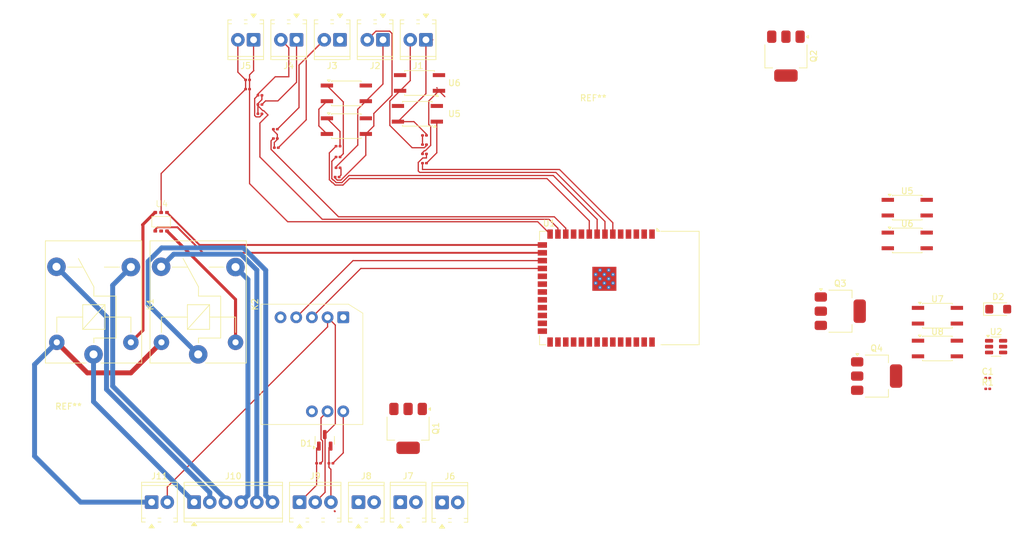
<source format=kicad_pcb>
(kicad_pcb (version 20241229) (generator "pcbnew") (generator_version "9.0")
  (layers (0 "F.Cu" signal) (2 "B.Cu" signal) (13 "F.Paste" user) (15 "B.Paste" user) (5 "F.SilkS" user "F.Silkscreen") (7 "B.SilkS" user "B.Silkscreen") (1 "F.Mask" user) (3 "B.Mask" user) (25 "Edge.Cuts" user))
  (net 0 "")
  (net 1 "Net-(U1-EN)")
  (net 2 "GND")
  (net 3 "/board_zorion/NPN_IN_1")
  (net 4 "/board_zorion/NPN_IN_2")
  (net 5 "/board_zorion/PNP_IN_2")
  (net 6 "/board_zorion/PNP_IN_1")
  (net 7 "/board_zorion/A_IN_32V")
  (net 8 "/board_zorion/A_IN_10V")
  (net 9 "/board_zorion/RLY2_NC")
  (net 10 "/board_zorion/RLY1_C")
  (net 11 "/board_zorion/RLY2_C")
  (net 12 "/board_zorion/RLY2_NO")
  (net 13 "/board_zorion/RLY1_NC")
  (net 14 "/board_zorion/RLY1_NO")
  (net 15 "/board_zorion/A_IN_420mA")
  (net 16 "/board_zorion/A_An_OUT")
  (net 17 "/board_zorion/PNP_OUT_2")
  (net 18 "/board_zorion/RS485_A")
  (net 19 "/board_zorion/RS485_B")
  (net 20 "/board_zorion/PNP_OUT_1")
  (net 21 "/board_zorion/NPN_OUT_2")
  (net 22 "VCC")
  (net 23 "+3.3V")
  (net 24 "/board_zorion/NPN_OUT_1")
  (net 25 "/board_zorion/V_An_OUT")
  (net 26 "Net-(U4-1C)")
  (net 27 "Net-(U4-2C)")
  (net 28 "/board_zorion/RS485_driver/RS485_IN")
  (net 29 "Net-(Q1-G)")
  (net 30 "GNDPWR")
  (net 31 "Net-(Q2-G)")
  (net 32 "Net-(Q3-G)")
  (net 33 "Net-(Q4-G)")
  (net 34 "Net-(U2-SW)")
  (net 35 "Net-(U2-BST)")
  (net 36 "Net-(U2-FB)")
  (net 38 "Net-(U3-A)")
  (net 40 "Net-(U3-B)")
  (net 42 "Net-(R8-Pad2)")
  (net 43 "Net-(R10-Pad2)")
  (net 45 "Net-(R10-Pad1)")
  (net 46 "Net-(R16-Pad2)")
  (net 47 "Net-(R18-Pad2)")
  (net 49 "/board_zorion/RS485_driver/RS485_OUT")
  (net 50 "/board_zorion/NPN_OUT/NPN_OUT_IN_1")
  (net 54 "/board_zorion/NPN_OUT/NPN_OUT_IN_2")
  (net 55 "/board_zorion/Rele_IN/RELAY2_IN")
  (net 63 "/board_zorion/Ma_OUT/SLCLK")
  (net 65 "/board_zorion/Ma_OUT/SDA")
  (net 69 "/board_zorion/Rele_IN/RELAY1_IN")
  (net 70 "/board_zorion/NPN_IN/NPN_IN_IN_2")
  (net 71 "/board_zorion/NPN_IN/NPN_IN_IN_1")
  (net 72 "/board_zorion/PNP_IN/PNP_IN_IN_1")
  (net 73 "/board_zorion/PNP_IN/PNP_IN_IN_2")
  (net 74 "Net-(R12-Pad2)")
  (net 75 "Net-(R14-Pad2)")
  (net 77 "unconnected-(U1-GPIO2{slash}TOUCH2{slash}ADC1_CH1-Pad38)")
  (net 86 "/board_zorion/A_IN_10V/10V_A_IN_OUT")
  (net 87 "/board_zorion/A_IN_32V/32V_A_IN_IN")
  (footprint "TerminalBlock_Phoenix:TerminalBlock_Phoenix_MPT-0,5-2-2.54_1x02_P2.54mm_Horizontal" (layer "F.Cu") (at 130.96 144.46)
    (property "Reference" "J8")
    (property "Value" "Salidas An")
  )
  (footprint "TerminalBlock_Phoenix:TerminalBlock_Phoenix_MPT-0,5-2-2.54_1x02_P2.54mm_Horizontal" (layer "F.Cu") (at 97.46 144.46)
    (property "Reference" "J11")
    (property "Value" "Screw_Terminal_01x02")
  )
  (footprint "Capacitor_SMD:C_0201_0603Metric" (layer "F.Cu") (at 113 76 180)
    (property "Reference" "C7" (hide yes))
    (property "Value" "100nF")
  )
  (footprint "Resistor_SMD:R_0201_0603Metric" (layer "F.Cu") (at 115 80 180)
    (property "Reference" "R22" (hide yes))
    (property "Value" "51K")
  )
  (footprint "Package_SO:SO-4_4.4x3.6mm_P2.54mm" (layer "F.Cu") (at 224.741004 119.55)
    (property "Reference" "U8")
    (property "Value" "LTV-357T")
  )
  (footprint "TerminalBlock_Phoenix:TerminalBlock_Phoenix_MPT-0,5-2-2.54_1x02_P2.54mm_Horizontal" (layer "F.Cu") (at 141.891004 69.5 180)
    (property "Reference" "J1")
    (property "Value" "Entrada NPN" (hide yes))
  )
  (footprint "Relay_THT:Relay_SPDT_SANYOU_SRD_Series_Form_C" (layer "F.Cu") (at 105 120.5 90)
    (property "Reference" "K2")
    (property "Value" "SANYOU_SRD_Form_C" (hide yes))
  )
  (footprint "Diode_SMD:D_SMF" (layer "F.Cu") (at 234.586004 113.17)
    (property "Reference" "D2")
    (property "Value" "SMF24A")
  )
  (footprint "Resistor_SMD:R_0201_0603Metric" (layer "F.Cu") (at 127.5 91.75)
    (property "Reference" "R19" (hide yes))
    (property "Value" "412")
  )
  (footprint "Package_TO_SOT_SMD:SOT-223" (layer "F.Cu") (at 200.2 72.15 -90)
    (property "Reference" "Q2")
    (property "Value" "NCV8402xST")
  )
  (footprint "MountingHole:MountingHole_2.1mm" (layer "F.Cu") (at 169 82)
    (property "Reference" "REF**")
    (property "Value" "MountingHole_2.1mm")
  )
  (footprint "Package_TO_SOT_SMD:SOT-223" (layer "F.Cu") (at 209 113.5)
    (property "Reference" "Q3")
    (property "Value" "NCV8402xST")
  )
  (footprint "Resistor_SMD:R_0201_0603Metric" (layer "F.Cu") (at 115 81.5)
    (property "Reference" "R23" (hide yes))
    (property "Value" "16K")
  )
  (footprint "Capacitor_SMD:C_0201_0603Metric" (layer "F.Cu") (at 232.891004 124.34)
    (property "Reference" "C1")
    (property "Value" "10uF")
  )
  (footprint "Package_TO_SOT_SMD:SOT-223" (layer "F.Cu") (at 214.891004 124.02)
    (property "Reference" "Q4")
    (property "Value" "NCV8402xST")
  )
  (footprint "Resistor_SMD:R_0201_0603Metric" (layer "F.Cu") (at 232.891004 126.09)
    (property "Reference" "R1")
    (property "Value" "R")
  )
  (footprint "Resistor_SMD:R_0201_0603Metric" (layer "F.Cu") (at 141.655 89.5)
    (property "Reference" "R8" (hide yes))
    (property "Value" "910")
  )
  (footprint "Resistor_SMD:R_0201_0603Metric" (layer "F.Cu") (at 141.655 86.5)
    (property "Reference" "R11" (hide yes))
    (property "Value" "412")
  )
  (footprint "TerminalBlock_Phoenix:TerminalBlock_Phoenix_MPT-0,5-2-2.54_1x02_P2.54mm_Horizontal" (layer "F.Cu") (at 127.971004 69.5 180)
    (property "Reference" "J3")
    (property "Value" "Entrada An 0-32V" (hide yes))
  )
  (footprint "Resistor_SMD:R_0201_0603Metric" (layer "F.Cu") (at 127.655 88.5)
    (property "Reference" "R16" (hide yes))
    (property "Value" "910")
  )
  (footprint "Package_TO_SOT_SMD:SOT-23" (layer "F.Cu") (at 125.5 134.4375 90)
    (property "Reference" "D1")
    (property "Value" "SM712_SOT23" (hide yes))
  )
  (footprint "Proyecto_componente:RSM3485ECHT" (layer "F.Cu") (at 128.5 114.5 -90)
    (property "Reference" "U3" (hide yes))
    (property "Value" "~")
  )
  (footprint "Resistor_SMD:R_0201_0603Metric" (layer "F.Cu") (at 127.655 90.25)
    (property "Reference" "R17" (hide yes))
    (property "Value" "412")
  )
  (footprint "Package_SO:SO-4_4.4x3.6mm_P2.54mm" (layer "F.Cu") (at 219.85 102.03)
    (property "Reference" "U6")
    (property "Value" "LTV-357T")
  )
  (footprint "Resistor_SMD:R_0201_0603Metric" (layer "F.Cu") (at 117.5 85.5)
    (property "Reference" "R20" (hide yes))
    (property "Value" "160K")
  )
  (footprint "Resistor_SMD:R_0201_0603Metric" (layer "F.Cu") (at 124.5 138.155 180)
    (property "Reference" "R6" (hide yes))
    (property "Value" "120")
  )
  (footprint "Package_SO:SO-4_4.4x3.6mm_P2.54mm" (layer "F.Cu") (at 219.85 96.715)
    (property "Reference" "U5")
    (property "Value" "LTV-357T")
  )
  (footprint "TerminalBlock_Phoenix:TerminalBlock_Phoenix_MPT-0,5-3-2.54_1x03_P2.54mm_Horizontal" (layer "F.Cu") (at 121.42 144.46)
    (property "Reference" "J9")
    (property "Value" "RS485")
  )
  (footprint "Resistor_SMD:R_0201_0603Metric" (layer "F.Cu") (at 127.655 86.75)
    (property "Reference" "R18" (hide yes))
    (property "Value" "910")
  )
  (footprint "Resistor_SMD:R_0201_0603Metric" (layer "F.Cu") (at 126.5 138.155 180)
    (property "Reference" "R5" (hide yes))
    (property "Value" "120")
  )
  (footprint "TerminalBlock_Phoenix:TerminalBlock_Phoenix_MPT-0,5-2-2.54_1x02_P2.54mm_Horizontal" (layer "F.Cu") (at 144.5 144.5)
    (property "Reference" "J6")
    (property "Value" "PNP OUTPUT" (hide yes))
  )
  (footprint "TerminalBlock_Phoenix:TerminalBlock_Phoenix_MPT-0,5-2-2.54_1x02_P2.54mm_Horizontal" (layer "F.Cu") (at 137.73 144.46)
    (property "Reference" "J7")
    (property "Value" "NPN OUTPUT" (hide yes))
  )
  (footprint "Package_TO_SOT_SMD:TSOT-23-6" (layer "F.Cu") (at 234.241004 119.245)
    (property "Reference" "U2")
    (property "Value" "AP63200WU")
  )
  (footprint "TerminalBlock_Phoenix:TerminalBlock_Phoenix_MPT-0,5-2-2.54_1x02_P2.54mm_Horizontal" (layer "F.Cu") (at 134.931004 69.5 180)
    (property "Reference" "J2")
    (property "Value" "Entradas PNP" (hide yes))
  )
  (footprint "Relay_THT:Relay_SPDT_SANYOU_SRD_Series_Form_C" (layer "F.Cu") (at 88.05 120.5 90)
    (property "Reference" "K1")
    (property "Value" "SANYOU_SRD_Form_C" (hide yes))
  )
  (footprint "Package_SO:SO-4_4.4x3.6mm_P2.54mm" (layer "F.Cu") (at 140.5 81.5 180)
    (property "Reference" "U5")
    (property "Value" "LTV-357T" (hide yes))
  )
  (footprint "RF_Module:ESP32-S3-WROOM-1" (layer "F.Cu") (at 173.25 109.75 -90)
    (property "Reference" "U1")
    (property "Value" "ESP32-S3-WROOM-1")
  )
  (footprint "Resistor_SMD:R_0201_0603Metric" (layer "F.Cu") (at 141.655 85)
    (property "Reference" "R9" (hide yes))
    (property "Value" "412")
  )
  (footprint "Resistor_SMD:R_0201_0603Metric" (layer "F.Cu") (at 113 77.5 180)
    (property "Reference" "R7" (hide yes))
    (property "Value" "120")
  )
  (footprint "MountingHole:MountingHole_2.1mm" (layer "F.Cu") (at 84 132)
    (property "Reference" "REF**")
    (property "Value" "MountingHole_2.1mm")
  )
  (footprint "Resistor_SMD:R_0201_0603Metric" (layer "F.Cu") (at 117.655 87)
    (property "Reference" "R21" (hide yes))
    (property "Value" "13K")
  )
  (footprint "Proyecto_componente:LK1802" (layer "F.Cu") (at 99 99 180)
    (property "Reference" "U4")
    (property "Value" "~" (hide yes))
  )
  (footprint "TerminalBlock_Phoenix:TerminalBlock_Phoenix_MPT-0,5-2-2.54_1x02_P2.54mm_Horizontal" (layer "F.Cu") (at 120.931004 69.5 180)
    (property "Reference" "J4")
    (property "Value" "Entrada An 0-10V" (hide yes))
  )
  (footprint "Resistor_SMD:R_0201_0603Metric" (layer "F.Cu") (at 141.655 88)
    (property "Reference" "R10" (hide yes))
    (property "Value" "910")
  )
  (footprint "Package_SO:SO-4_4.4x3.6mm_P2.54mm" (layer "F.Cu") (at 129 78.185)
    (property "Reference" "U9" (hide yes))
    (property "Value" "LTV-357T" (hide yes))
  )
  (footprint "Package_SO:SO-4_4.4x3.6mm_P2.54mm" (layer "F.Cu") (at 129 83.5)
    (property "Reference" "U10" (hide yes))
    (property "Value" "LTV-357T" (hide yes))
  )
  (footprint "TerminalBlock_Phoenix:TerminalBlock_Phoenix_MPT-0,5-2-2.54_1x02_P2.54mm_Horizontal" (layer "F.Cu") (at 113.971004 69.5 180)
    (property "Reference" "J5")
    (property "Value" "Entrada An 5-20mA" (hide yes))
  )
  (footprint "Capacitor_SMD:C_0201_0603Metric" (layer "F.Cu") (at 115 78.5 180)
    (property "Reference" "C9" (hide yes))
    (property "Value" "100nF")
  )
  (footprint "Package_SO:SO-4_4.4x3.6mm_P2.54mm" (layer "F.Cu") (at 140.85 76.5 180)
    (property "Reference" "U6")
    (property "Value" "LTV-357T" (hide yes))
  )
  (footprint "TerminalBlock_Phoenix:TerminalBlock_Phoenix_MPT-0,5-6-2.54_1x06_P2.54mm_Horizontal" (layer "F.Cu") (at 104.34 144.46)
    (property "Reference" "J10")
    (property "Value" "Relay")
  )
  (footprint "Package_TO_SOT_SMD:SOT-223" (layer "F.Cu") (at 139 132.5 -90)
    (property "Reference" "Q1")
    (property "Value" "NCV8402xST")
  )
  (footprint "Package_SO:SO-4_4.4x3.6mm_P2.54mm" (layer "F.Cu") (at 224.741004 114.235)
    (property "Reference" "U7")
    (property "Value" "LTV-357T")
  )
  (footprint "Capacitor_SMD:C_0201_0603Metric" (layer "F.Cu") (at 117.5 84)
    (property "Reference" "C8" (hide yes))
    (property "Value" "100nF")
  )
  (segment (start 111.431004 74.751004) (end 112.68 76) (width 0.2) (layer "F.Cu") (net 2))
  (segment (start 121.332004 73.599) (end 125.431004 69.5) (width 0.2) (layer "F.Cu") (net 2))
  (segment (start 125.5 133.5) (end 125.552 133.552) (width 0.2) (layer "F.Cu") (net 2))
  (segment (start 115.32 81.5) (end 115.32 81.65987) (width 0.2) (layer "F.Cu") (net 2))
  (segment (start 114.149 81.76887) (end 114.149 79.031) (width 0.2) (layer "F.Cu") (net 2))
  (segment (start 114.97887 82.001) (end 114.38113 82.001) (width 0.2) (layer "F.Cu") (net 2))
  (segment (start 121.332004 80.487996) (end 121.332004 73.599) (width 0.2) (layer "F.Cu") (net 2))
  (segment (start 114.38113 82.001) (end 114.149 81.76887) (width 0.2) (layer "F.Cu") (net 2))
  (segment (start 125.552 133.552) (end 125.552 142.868) (width 0.2) (layer "F.Cu") (net 2))
  (segment (start 119.68 75.5) (end 117.480001 75.5) (width 0.2) (layer "F.Cu") (net 2))
  (segment (start 122.5 82.475) (end 122.5 72.431004) (width 0.2) (layer "F.Cu") (net 2))
  (segment (start 128.131001 90.406001) (end 128.131001 91.438999) (width 0.2) (layer "F.Cu") (net 2))
  (segment (start 127.975 90.25) (end 128.131001 90.406001) (width 0.2) (layer "F.Cu") (net 2))
  (segment (start 112.68 76) (end 112.68 77.5) (width 0.2) (layer "F.Cu") (net 2))
  (segment (start 111.431004 69.5) (end 111.431004 74.751004) (width 0.2) (layer "F.Cu") (net 2))
  (segment (start 125.552 142.868) (end 123.96 144.46) (width 0.2) (layer "F.Cu") (net 2))
  (segment (start 115.32 81.65987) (end 114.97887 82.001) (width 0.2) (layer "F.Cu") (net 2))
  (segment (start 125.96 114.5) (end 125.96 116.04) (width 0.2) (layer "F.Cu") (net 2))
  (segment (start 117.82 84) (end 121.332004 80.487996) (width 0.2) (layer "F.Cu") (net 2))
  (segment (start 127.2135 115.7535) (end 125.96 114.5) (width 0.2) (layer "F.Cu") (net 2))
  (segment (start 119.68 75.5) (end 119.68 70.788996) (width 0.2) (layer "F.Cu") (net 2))
  (segment (start 125.96 116.04) (end 100 142) (width 0.2) (layer "F.Cu") (net 2))
  (segment (start 100 142) (end 100 144.46) (width 0.2) (layer "F.Cu") (net 2))
  (segment (start 122.5 72.431004) (end 125.431004 69.5) (width 0.2) (layer "F.Cu") (net 2))
  (segment (start 119.68 70.788996) (end 118.391004 69.5) (width 0.2) (layer "F.Cu") (net 2))
  (segment (start 117.975 87) (end 122.5 82.475) (width 0.2) (layer "F.Cu") (net 2))
  (segment (start 99 97.5) (end 99 91.18) (width 0.2) (layer "F.Cu") (net 2))
  (segment (start 127.2135 131.7865) (end 127.2135 115.7535) (width 0.2) (layer "F.Cu") (net 2))
  (segment (start 117.480001 75.5) (end 114.68 78.300001) (width 0.2) (layer "F.Cu") (net 2))
  (segment (start 99 91.18) (end 112.68 77.5) (width 0.2) (layer "F.Cu") (net 2))
  (segment (start 114.68 78.300001) (end 114.68 78.5) (width 0.2) (layer "F.Cu") (net 2))
  (segment (start 125.5 133.5) (end 127.2135 131.7865) (width 0.2) (layer "F.Cu") (net 2))
  (segment (start 114.149 79.031) (end 114.68 78.5) (width 0.2) (layer "F.Cu") (net 2))
  (segment (start 128.131001 91.438999) (end 127.82 91.75) (width 0.2) (layer "F.Cu") (net 2))
  (segment (start 137.35 82.77) (end 141.891004 78.228996) (width 0.2) (layer "F.Cu") (net 3))
  (segment (start 143 69.5) (end 141.891004 69.5) (width 0.2) (layer "F.Cu") (net 3))
  (segment (start 137.35 82.77) (end 139.944999 82.77) (width 0.2) (layer "F.Cu") (net 3))
  (segment (start 141.891004 78.228996) (end 141.891004 69.5) (width 0.2) (layer "F.Cu") (net 3))
  (segment (start 141.975 84.800001) (end 141.975 85) (width 0.2) (layer "F.Cu") (net 3))
  (segment (start 139.944999 82.77) (end 141.975 84.800001) (width 0.2) (layer "F.Cu") (net 3))
  (segment (start 141.975 86.65987) (end 141.63387 87.001) (width 0.2) (layer "F.Cu") (net 4))
  (segment (start 141.975 86.5) (end 141.975 86.65987) (width 0.2) (layer "F.Cu") (net 4))
  (segment (start 136.049 83.391) (end 136.049 79.421) (width 0.2) (layer "F.Cu") (net 4))
  (segment (start 141.63387 87.001) (end 139.659 87.001) (width 0.2) (layer "F.Cu") (net 4))
  (segment (start 139.351004 76.118996) (end 139.351004 69.5) (width 0.2) (layer "F.Cu") (net 4))
  (segment (start 137.7 77.77) (end 139.351004 76.118996) (width 0.2) (layer "F.Cu") (net 4))
  (segment (start 139.659 87.001) (end 136.049 83.391) (width 0.2) (layer "F.Cu") (net 4))
  (segment (start 136.049 79.421) (end 137.7 77.77) (width 0.2) (layer "F.Cu") (net 4))
  (segment (start 136.399 78.5039) (end 133.451 81.4519) (width 0.2) (layer "F.Cu") (net 5))
  (segment (start 132.15 88.21987) (end 132.15 84.77) (width 0.2) (layer "F.Cu") (net 5))
  (segment (start 127.52113 92.251) (end 128.11887 92.251) (width 0.2) (layer "F.Cu") (net 5))
  (segment (start 133.451 81.4519) (end 133.451 83.469) (width 0.2) (layer "F.Cu") (net 5))
  (segment (start 127.18 91.90987) (end 127.52113 92.251) (width 0.2) (layer "F.Cu") (net 5))
  (segment (start 133.792004 68.099) (end 136.016164 68.099) (width 0.2) (layer "F.Cu") (net 5))
  (segment (start 133.451 83.469) (end 132.15 84.77) (width 0.2) (layer "F.Cu") (net 5))
  (segment (start 128.11887 92.251) (end 132.15 88.21987) (width 0.2) (layer "F.Cu") (net 5))
  (segment (start 132.391004 69.5) (end 133.792004 68.099) (width 0.2) (layer "F.Cu") (net 5))
  (segment (start 136.399 68.481836) (end 136.399 78.5039) (width 0.2) (layer "F.Cu") (net 5))
  (segment (start 127.18 91.75) (end 127.18 91.90987) (width 0.2) (layer "F.Cu") (net 5))
  (segment (start 136.016164 68.099) (end 136.399 68.481836) (width 0.2) (layer "F.Cu") (net 5))
  (segment (start 130.849 86.57613) (end 130.849 80.756) (width 0.2) (layer "F.Cu") (net 6))
  (segment (start 134.931004 76.673996) (end 132.15 79.455) (width 0.2) (layer "F.Cu") (net 6))
  (segment (start 134.931004 69.5) (end 134.931004 76.673996) (width 0.2) (layer "F.Cu") (net 6))
  (segment (start 127.335 90.09013) (end 130.849 86.57613) (width 0.2) (layer "F.Cu") (net 6))
  (segment (start 130.849 80.756) (end 132.15 79.455) (width 0.2) (layer "F.Cu") (net 6))
  (segment (start 127.335 90.25) (end 127.335 90.09013) (width 0.2) (layer "F.Cu") (net 6))
  (segment (start 117.335 86.14487) (end 117.82 85.65987) (width 0.2) (layer "F.Cu") (net 7))
  (segment (start 117.335 87) (end 117.335 86.14487) (width 0.2) (layer "F.Cu") (net 7))
  (segment (start 117.18 84.205) (end 117.82 84.845) (width 0.2) (layer "F.Cu") (net 7))
  (segment (start 117.82 85.65987) (end 117.82 85.5) (width 0.2) (layer "F.Cu") (net 7))
  (segment (start 117.18 84) (end 117.18 84.205) (width 0.2) (layer "F.Cu") (net 7))
  (segment (start 117.82 84.845) (end 117.82 85.5) (width 0.2) (layer "F.Cu") (net 7))
  (segment (start 115.32 80) (end 115.91 79.41) (width 0.2) (layer "F.Cu") (net 8))
  (segment (start 120.931004 76.388996) (end 120.931004 69.5) (width 0.2) (layer "F.Cu") (net 8))
  (segment (start 115.91 79.41) (end 115.931004 79.388996) (width 0.2) (layer "F.Cu") (net 8))
  (segment (start 117.91 79.41) (end 120.931004 76.388996) (width 0.2) (layer "F.Cu") (net 8))
  (segment (start 115.91 79.41) (end 117.91 79.41) (width 0.2) (layer "F.Cu") (net 8))
  (segment (start 114.5 106.828737) (end 111.920263 104.249) (width 0.8) (layer "B.Cu") (net 9))
  (segment (start 114.5 144.46) (end 114.5 106.828737) (width 0.8) (layer "B.Cu") (net 9))
  (segment (start 111.920263 104.249) (end 101.051 104.249) (width 0.8) (layer "B.Cu") (net 9))
  (segment (start 101.051 104.249) (end 99 106.3) (width 0.8) (layer "B.Cu") (net 9))
  (segment (start 88.05 120.5) (end 88.05 128.17) (width 0.8) (layer "B.Cu") (net 10))
  (segment (start 88.05 128.17) (end 104.34 144.46) (width 0.8) (layer "B.Cu") (net 10))
  (segment (start 113.059999 108.359999) (end 111.05 106.35) (width 0.8) (layer "B.Cu") (net 11))
  (segment (start 113.059999 143.360001) (end 113.059999 108.359999) (width 0.8) (layer "B.Cu") (net 11))
  (segment (start 111.96 144.46) (end 113.059999 143.360001) (width 0.8) (layer "B.Cu") (net 11))
  (segment (start 99.080737 103.248) (end 96.899 105.429737) (width 0.8) (layer "B.Cu") (net 12))
  (segment (start 112.334891 103.248) (end 99.080737 103.248) (width 0.8) (layer "B.Cu") (net 12))
  (segment (start 115.940001 143.360001) (end 115.940001 106.85311) (width 0.8) (layer "B.Cu") (net 12))
  (segment (start 117.04 144.46) (end 115.940001 143.360001) (width 0.8) (layer "B.Cu") (net 12))
  (segment (start 96.899 105.429737) (end 96.899 112.399) (width 0.8) (layer "B.Cu") (net 12))
  (segment (start 96.899 112.399) (end 105 120.5) (width 0.8) (layer "B.Cu") (net 12))
  (segment (start 115.940001 106.85311) (end 112.334891 103.248) (width 0.8) (layer "B.Cu") (net 12))
  (segment (start 90.151 126.175366) (end 106.88 142.904366) (width 0.8) (layer "B.Cu") (net 13))
  (segment (start 106.88 142.904366) (end 106.88 144.46) (width 0.8) (layer "B.Cu") (net 13))
  (segment (start 90.151 114.401) (end 90.151 126.175366) (width 0.8) (layer "B.Cu") (net 13))
  (segment (start 82.05 106.3) (end 90.151 114.401) (width 0.8) (layer "B.Cu") (net 13))
  (segment (start 91.152 125.652) (end 91.152 109.298) (width 0.8) (layer "B.Cu") (net 14))
  (segment (start 109.42 144.46) (end 109.42 143.92) (width 0.8) (layer "B.Cu") (net 14))
  (segment (start 109.42 143.92) (end 91.152 125.652) (width 0.8) (layer "B.Cu") (net 14))
  (segment (start 91.152 109.298) (end 94.1 106.35) (width 0.8) (layer "B.Cu") (net 14))
  (segment (start 113.32 76) (end 113.32 77.5) (width 0.2) (layer "F.Cu") (net 15))
  (segment (start 114 74.5) (end 113.971004 74.471004) (width 0.2) (layer "F.Cu") (net 15))
  (segment (start 119.5 99) (end 160 99) (width 0.2) (layer "F.Cu") (net 15))
  (segment (start 113.32 75.18) (end 114 74.5) (width 0.2) (layer "F.Cu") (net 15))
  (segment (start 113.32 77.5) (end 113.32 92.82) (width 0.2) (layer "F.Cu") (net 15))
  (segment (start 113.32 76) (end 113.32 75.18) (width 0.2) (layer "F.Cu") (net 15))
  (segment (start 160 99) (end 162 101) (width 0.2) (layer "F.Cu") (net 15))
  (segment (start 113.32 92.82) (end 119.5 99) (width 0.2) (layer "F.Cu") (net 15))
  (segment (start 113.971004 74.471004) (end 113.971004 69.5) (width 0.2) (layer "F.Cu") (net 15))
  (segment (start 126.18 138.82) (end 126.5 139.14) (width 0.2) (layer "F.Cu") (net 18))
  (segment (start 126.18 135.645) (end 126.45 135.375) (width 0.2) (layer "F.Cu") (net 18))
  (segment (start 126.18 138.155) (end 126.18 138.82) (width 0.2) (layer "F.Cu") (net 18))
  (segment (start 126.18 138.155) (end 126.18 135.645) (width 0.2) (layer "F.Cu") (net 18))
  (segment (start 126.5 139.14) (end 126.5 144.46) (width 0.2) (layer "F.Cu") (net 18))
  (segment (start 124.18 135.745) (end 124.55 135.375) (width 0.2) (layer "F.Cu") (net 19))
  (segment (start 124.18 138.155) (end 124.18 135.745) (width 0.2) (layer "F.Cu") (net 19))
  (segment (start 124.18 138.155) (end 124.18 141.7) (width 0.2) (layer "F.Cu") (net 19))
  (segment (start 124.18 141.7) (end 121.42 144.46) (width 0.2) (layer "F.Cu") (net 19))
  (segment (start 87.05 123.5) (end 94.1 123.5) (width 0.8) (layer "F.Cu") (net 22))
  (segment (start 82.1 118.55) (end 87.05 123.5) (width 0.8) (layer "F.Cu") (net 22))
  (segment (start 94.1 123.5) (end 99.05 118.55) (width 0.8) (layer "F.Cu") (net 22))
  (segment (start 78.5 137) (end 85.96 144.46) (width 0.8) (layer "B.Cu") (net 22))
  (segment (start 82.1 118.55) (end 78.5 122.15) (width 0.8) (layer "B.Cu") (net 22))
  (segment (start 82.1 118.55) (end 81.05 118.55) (width 0.2) (layer "B.Cu") (net 22))
  (segment (start 81.05 118.55) (end 81 118.5) (width 0.2) (layer "B.Cu") (net 22))
  (segment (start 78.5 122.15) (end 78.5 137) (width 0.8) (layer "B.Cu") (net 22))
  (segment (start 85.96 144.46) (end 97.46 144.46) (width 0.8) (layer "B.Cu") (net 22))
  (segment (start 141.335 85) (end 141.335 86.5) (width 0.2) (layer "F.Cu") (net 23))
  (segment (start 98 97.5) (end 98.05 97.5) (width 0.5) (layer "F.Cu") (net 26))
  (segment (start 96.051 99.551) (end 96 99.5) (width 0.5) (layer "F.Cu") (net 26))
  (segment (start 96 99.5) (end 98 97.5) (width 0.5) (layer "F.Cu") (net 26))
  (segment (start 96.051 116.599) (end 96.051 99.551) (width 0.5) (layer "F.Cu") (net 26))
  (segment (start 94.1 118.55) (end 96.051 116.599) (width 0.5) (layer "F.Cu") (net 26))
  (segment (start 111.05 111.6) (end 99.95 100.5) (width 0.5) (layer "F.Cu") (net 27))
  (segment (start 111.05 118.55) (end 111.05 111.6) (width 0.5) (layer "F.Cu") (net 27))
  (segment (start 130.075 105.305) (end 160.75 105.305) (width 0.2) (layer "F.Cu") (net 28))
  (segment (start 120.88 114.5) (end 130.075 105.305) (width 0.2) (layer "F.Cu") (net 28))
  (segment (start 124.549 80.756) (end 124.549 83.469) (width 0.2) (layer "F.Cu") (net 30))
  (segment (start 124.549 83.469) (end 125.85 84.77) (width 0.2) (layer "F.Cu") (net 30))
  (segment (start 125.85 79.455) (end 124.549 80.756) (width 0.2) (layer "F.Cu") (net 30))
  (segment (start 124.899 134.278468) (end 124.899 130.801) (width 0.2) (layer "F.Cu") (net 38))
  (segment (start 125.151 137.824) (end 125.151 134.530468) (width 0.2) (layer "F.Cu") (net 38))
  (segment (start 124.82 138.155) (end 125.151 137.824) (width 0.2) (layer "F.Cu") (net 38))
  (segment (start 124.899 130.801) (end 125.96 129.74) (width 0.2) (layer "F.Cu") (net 38))
  (segment (start 125.151 134.530468) (end 124.899 134.278468) (width 0.2) (layer "F.Cu") (net 38))
  (segment (start 128.5 136.475) (end 128.5 129.74) (width 0.2) (layer "F.Cu") (net 40))
  (segment (start 126.82 138.155) (end 128.5 136.475) (width 0.2) (layer "F.Cu") (net 40))
  (segment (start 143.715 77.335) (end 143.65 77.27) (width 0.2) (layer "F.Cu") (net 42))
  (segment (start 143.65 87.825) (end 143.65 82.77) (width 0.2) (layer "F.Cu") (net 42))
  (segment (start 141.975 89.5) (end 143.65 87.825) (width 0.2) (layer "F.Cu") (net 42))
  (segment (start 141.335 88) (end 141.335 87.800001) (width 0.2) (layer "F.Cu") (net 45))
  (segment (start 142.349 83.24) (end 142.349 79.421) (width 0.2) (layer "F.Cu") (net 45))
  (segment (start 142.655 86.61987) (end 142.655 83.546) (width 0.2) (layer "F.Cu") (net 45))
  (segment (start 141.77487 87.5) (end 142.655 86.61987) (width 0.2) (layer "F.Cu") (net 45))
  (segment (start 142.349 79.421) (end 144 77.77) (width 0.2) (layer "F.Cu") (net 45))
  (segment (start 144.951 78.721) (end 144 77.77) (width 0.2) (layer "F.Cu") (net 45))
  (segment (start 142.655 83.546) (end 142.349 83.24) (width 0.2) (layer "F.Cu") (net 45))
  (segment (start 141.335 87.800001) (end 141.635001 87.5) (width 0.2) (layer "F.Cu") (net 45))
  (segment (start 141.635001 87.5) (end 141.77487 87.5) (width 0.2) (layer "F.Cu") (net 45))
  (segment (start 128.506 87.969) (end 128.506 79.571) (width 0.2) (layer "F.Cu") (net 46))
  (segment (start 127.975 88.5) (end 128.506 87.969) (width 0.2) (layer "F.Cu") (net 46))
  (segment (start 128.506 79.571) (end 125.85 76.915) (width 0.2) (layer "F.Cu") (net 46))
  (segment (start 127.975 84.355) (end 125.85 82.23) (width 0.2) (layer "F.Cu") (net 47))
  (segment (start 127.975 86.75) (end 127.975 84.355) (width 0.2) (layer "F.Cu") (net 47))
  (segment (start 131.345 106.575) (end 160.75 106.575) (width 0.2) (layer "F.Cu") (net 49))
  (segment (start 123.42 114.5) (end 131.345 106.575) (width 0.2) (layer "F.Cu") (net 49))
  (segment (start 98.401001 99.899) (end 101.64048 99.899) (width 0.3) (layer "F.Cu") (net 55))
  (segment (start 101.64048 99.899) (end 105.77648 104.035) (width 0.3) (layer "F.Cu") (net 55))
  (segment (start 105.77648 104.035) (end 160.75 104.035) (width 0.3) (layer "F.Cu") (net 55))
  (segment (start 98.05 100.250001) (end 98.401001 99.899) (width 0.3) (layer "F.Cu") (net 55))
  (segment (start 98.05 100.5) (end 98.05 100.250001) (width 0.3) (layer "F.Cu") (net 55))
  (segment (start 127.101024 145.911) (end 127.141024 145.951) (width 0.3) (layer "F.Cu") (net 55))
  (segment (start 105.215 102.765) (end 160.75 102.765) (width 0.3) (layer "F.Cu") (net 69))
  (segment (start 99.95 97.5) (end 105.215 102.765) (width 0.3) (layer "F.Cu") (net 69))
  (segment (start 141.37726 88.65787) (end 140.649 89.38613) (width 0.2) (layer "F.Cu") (net 70))
  (segment (start 140.649 89.38613) (end 140.649 90.76887) (width 0.2) (layer "F.Cu") (net 70))
  (segment (start 162.9329 91) (end 170.89 98.9571) (width 0.2) (layer "F.Cu") (net 70))
  (segment (start 140.88013 91) (end 162.9329 91) (width 0.2) (layer "F.Cu") (net 70))
  (segment (start 140.649 90.76887) (end 140.88013 91) (width 0.2) (layer "F.Cu") (net 70))
  (segment (start 141.975 88) (end 141.975 88.65787) (width 0.2) (layer "F.Cu") (net 70))
  (segment (start 171 100.89) (end 170.89 101) (width 0.2) (layer "F.Cu") (net 70))
  (segment (start 170.89 98.9571) (end 170.89 101) (width 0.2) (layer "F.Cu") (net 70))
  (segment (start 141.975 88.65787) (end 141.37726 88.65787) (width 0.2) (layer "F.Cu") (net 70))
  (segment (start 163.525 90.525) (end 141.335 90.525) (width 0.2) (layer "F.Cu") (net 71))
  (segment (start 172.16 101) (end 172.16 99.16) (width 0.2) (layer "F.Cu") (net 71))
  (segment (start 172.16 99.16) (end 163.525 90.525) (width 0.2) (layer "F.Cu") (net 71))
  (segment (start 141.335 90.525) (end 141.335 89.5) (width 0.2) (layer "F.Cu") (net 71))
  (segment (start 126.649 92.01887) (end 126.88113 92.251) (width 0.2) (layer "F.Cu") (net 72))
  (segment (start 126.88113 92.251) (end 126.95403 92.251) (width 0.2) (layer "F.Cu") (net 72))
  (segment (start 169.62 98.62) (end 169.62 101) (width 0.2) (layer "F.Cu") (net 72))
  (segment (start 127.335 88.5) (end 126.649 89.186) (width 0.2) (layer "F.Cu") (net 72))
  (segment (start 126.95403 92.251) (end 127.35503 92.652) (width 0.2) (layer "F.Cu") (net 72))
  (segment (start 127.35503 92.652) (end 128.28497 92.652) (width 0.2) (layer "F.Cu") (net 72))
  (segment (start 129.43697 91.5) (end 162.5 91.5) (width 0.2) (layer "F.Cu") (net 72))
  (segment (start 162.5 91.5) (end 169.62 98.62) (width 0.2) (layer "F.Cu") (net 72))
  (segment (start 128.28497 92.652) (end 129.43697 91.5) (width 0.2) (layer "F.Cu") (net 72))
  (segment (start 126.649 89.186) (end 126.649 92.01887) (width 0.2) (layer "F.Cu") (net 72))
  (segment (start 126.248 92.18497) (end 126.71503 92.652) (width 0.2) (layer "F.Cu") (net 73))
  (segment (start 168.35 98.85) (end 168.35 101) (width 0.2) (layer "F.Cu") (net 73))
  (segment (start 161.5 92) (end 168.35 98.85) (width 0.2) (layer "F.Cu") (net 73))
  (segment (start 126.78793 92.652) (end 127.18893 93.053) (width 0.2) (layer "F.Cu") (net 73))
  (segment (start 129.50407 92) (end 161.5 92) (width 0.2) (layer "F.Cu") (net 73))
  (segment (start 127.335 86.75) (end 126.248 87.837) (width 0.2) (layer "F.Cu") (net 73))
  (segment (start 127.18893 93.053) (end 128.45107 93.053) (width 0.2) (layer "F.Cu") (net 73))
  (segment (start 126.248 87.837) (end 126.248 92.18497) (width 0.2) (layer "F.Cu") (net 73))
  (segment (start 126.71503 92.652) (end 126.78793 92.652) (width 0.2) (layer "F.Cu") (net 73))
  (segment (start 128.45107 93.053) (end 129.50407 92) (width 0.2) (layer "F.Cu") (net 73))
  (segment (start 175.97 119.132) (end 175.97 118.5) (width 0.3) (layer "F.Cu") (net 77))
  (segment (start 114.68 80) (end 114.68 80.199999) (width 0.2) (layer "F.Cu") (net 86))
  (segment (start 114.68 80.199999) (end 115.479001 80.999) (width 0.2) (layer "F.Cu") (net 86))
  (segment (start 115.61887 80.999) (end 116.309935 81.690065) (width 0.2) (layer "F.Cu") (net 86))
  (segment (start 116.309935 81.690065) (end 115 83) (width 0.2) (layer "F.Cu") (net 86))
  (segment (start 115.32 78.5) (end 115.32 79.20013) (width 0.2) (layer "F.Cu") (net 86))
  (segment (start 114.68 79.84013) (end 114.68 80) (width 0.2) (layer "F.Cu") (net 86))
  (segment (start 115 88.5) (end 125.099 98.599) (width 0.2) (layer "F.Cu") (net 86))
  (segment (start 115 83) (end 115 88.5) (width 0.2) (layer "F.Cu") (net 86))
  (segment (start 114.68 81.5) (end 114.68 80) (width 0.2) (layer "F.Cu") (net 86))
  (segment (start 125.099 98.599) (end 161.819 98.599) (width 0.2) (layer "F.Cu") (net 86))
  (segment (start 161.819 98.599) (end 163.27 100.05) (width 0.2) (layer "F.Cu") (net 86))
  (segment (start 115.32 79.20013) (end 114.68 79.84013) (width 0.2) (layer "F.Cu") (net 86))
  (segment (start 163.27 100.05) (end 163.27 101) (width 0.2) (layer "F.Cu") (net 86))
  (segment (start 115.479001 80.999) (end 115.61887 80.999) (width 0.2) (layer "F.Cu") (net 86))
  (segment (start 116.804 85.876) (end 116.804 87.26887) (width 0.2) (layer "F.Cu") (net 87))
  (segment (start 116.804 87.26887) (end 127.73313 98.198) (width 0.2) (layer "F.Cu") (net 87))
  (segment (start 164.54 100.05) (end 164.54 101) (width 0.2) (layer "F.Cu") (net 87))
  (segment (start 117.18 85.5) (end 116.804 85.876) (width 0.2) (layer "F.Cu") (net 87))
  (segment (start 127.73313 98.198) (end 162.688 98.198) (width 0.2) (layer "F.Cu") (net 87))
  (segment (start 162.688 98.198) (end 164.54 100.05) (width 0.2) (layer "F.Cu") (net 87))
)
</source>
